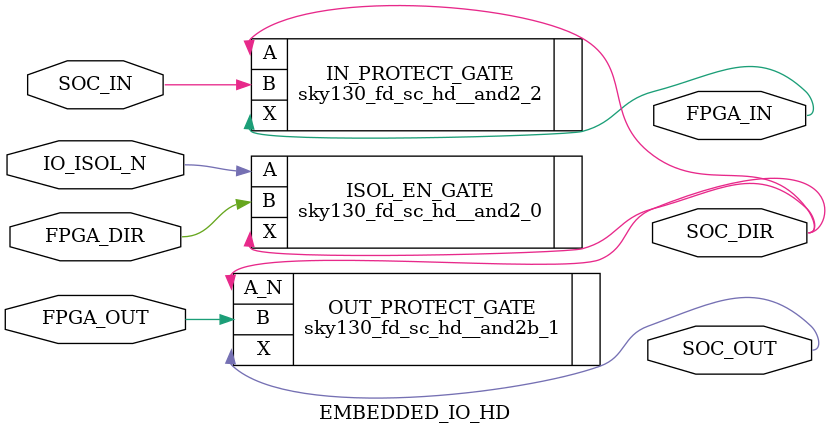
<source format=v>
`timescale 1ns/1ps

module EMBEDDED_IO_HD (
  input SOC_IN,   // Input to drive the inpad signal
  output SOC_OUT, // Output the outpad signal
  output SOC_DIR, // Output the directionality
  output FPGA_IN, // Input data to FPGA
  input FPGA_OUT, // Output data from FPGA
  input FPGA_DIR, // direction control 
  input IO_ISOL_N    // Isolation enable signal
);

  sky130_fd_sc_hd__and2_0 ISOL_EN_GATE (.A(IO_ISOL_N),
                                        .B(FPGA_DIR),
                                        .X(SOC_DIR)
                                       );
  
  // Use drive-strength 2 for a high fan-out from global routing architecture
  sky130_fd_sc_hd__and2_2 IN_PROTECT_GATE (.A(SOC_DIR),
                                           .B(SOC_IN),
                                           .X(FPGA_IN)
                                          );

  // Use drive-strength 1 for a potential high fan-out from SoC components
  sky130_fd_sc_hd__and2b_1 OUT_PROTECT_GATE (.A_N(SOC_DIR),
                                             .B(FPGA_OUT),
                                             .X(SOC_OUT)
                                            );

endmodule


</source>
